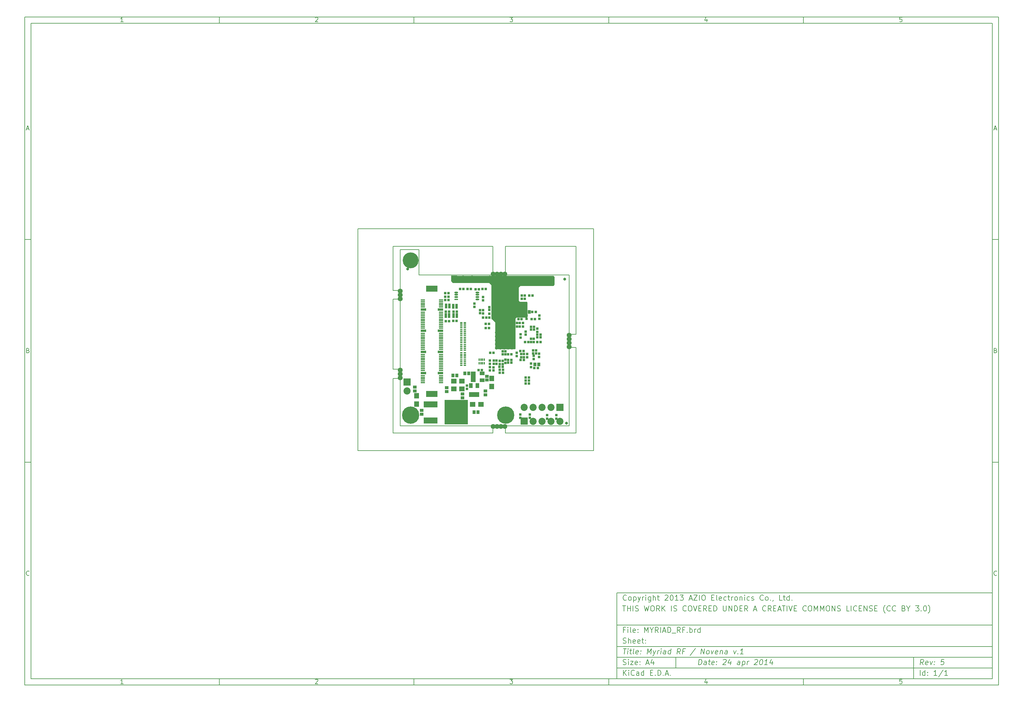
<source format=gbs>
G04 (created by PCBNEW (2013-05-31 BZR 4019)-stable) date 24/04/2014 12:04:12*
%MOIN*%
G04 Gerber Fmt 3.4, Leading zero omitted, Abs format*
%FSLAX34Y34*%
G01*
G70*
G90*
G04 APERTURE LIST*
%ADD10C,0.00590551*%
%ADD11C,0.0077*%
%ADD12C,0.0314961*%
%ADD13C,0.0554*%
%ADD14C,0.0357*%
%ADD15R,0.0588X0.055*%
%ADD16R,0.055X0.0588*%
%ADD17R,0.0253X0.0273*%
%ADD18R,0.0273X0.0253*%
%ADD19R,0.0353X0.0392*%
%ADD20R,0.0392X0.0353*%
%ADD21R,0.0273X0.0273*%
%ADD22C,0.193228*%
%ADD23R,0.1571X0.0704*%
%ADD24R,0.2594X0.2752*%
%ADD25R,0.0543X0.0425*%
%ADD26R,0.0425X0.0543*%
%ADD27O,0.0273X0.0155*%
%ADD28R,0.0273X0.0155*%
%ADD29O,0.0155X0.0273*%
%ADD30R,0.0155X0.0273*%
%ADD31R,0.0797X0.0797*%
%ADD32C,0.0797*%
%ADD33C,0.17748*%
%ADD34C,0.0672441*%
%ADD35C,0.0550441*%
%ADD36R,0.0672441X0.0672441*%
%ADD37R,0.047137X0.015637*%
%ADD38R,0.062837X0.031437*%
%ADD39R,0.1298X0.0707*%
%ADD40R,0.047237X0.015737*%
%ADD41R,0.043337X0.017737*%
%ADD42O,0.043337X0.017737*%
%ADD43O,0.043337X0.017637*%
%ADD44C,0.01*%
G04 APERTURE END LIST*
G54D10*
X4000Y-4000D02*
X112930Y-4000D01*
X112930Y-78680D01*
X4000Y-78680D01*
X4000Y-4000D01*
X4700Y-4700D02*
X112230Y-4700D01*
X112230Y-77980D01*
X4700Y-77980D01*
X4700Y-4700D01*
X25780Y-4000D02*
X25780Y-4700D01*
X15032Y-4552D02*
X14747Y-4552D01*
X14890Y-4552D02*
X14890Y-4052D01*
X14842Y-4123D01*
X14794Y-4171D01*
X14747Y-4195D01*
X25780Y-78680D02*
X25780Y-77980D01*
X15032Y-78532D02*
X14747Y-78532D01*
X14890Y-78532D02*
X14890Y-78032D01*
X14842Y-78103D01*
X14794Y-78151D01*
X14747Y-78175D01*
X47560Y-4000D02*
X47560Y-4700D01*
X36527Y-4100D02*
X36550Y-4076D01*
X36598Y-4052D01*
X36717Y-4052D01*
X36765Y-4076D01*
X36789Y-4100D01*
X36812Y-4147D01*
X36812Y-4195D01*
X36789Y-4266D01*
X36503Y-4552D01*
X36812Y-4552D01*
X47560Y-78680D02*
X47560Y-77980D01*
X36527Y-78080D02*
X36550Y-78056D01*
X36598Y-78032D01*
X36717Y-78032D01*
X36765Y-78056D01*
X36789Y-78080D01*
X36812Y-78127D01*
X36812Y-78175D01*
X36789Y-78246D01*
X36503Y-78532D01*
X36812Y-78532D01*
X69340Y-4000D02*
X69340Y-4700D01*
X58283Y-4052D02*
X58592Y-4052D01*
X58426Y-4242D01*
X58497Y-4242D01*
X58545Y-4266D01*
X58569Y-4290D01*
X58592Y-4338D01*
X58592Y-4457D01*
X58569Y-4504D01*
X58545Y-4528D01*
X58497Y-4552D01*
X58354Y-4552D01*
X58307Y-4528D01*
X58283Y-4504D01*
X69340Y-78680D02*
X69340Y-77980D01*
X58283Y-78032D02*
X58592Y-78032D01*
X58426Y-78222D01*
X58497Y-78222D01*
X58545Y-78246D01*
X58569Y-78270D01*
X58592Y-78318D01*
X58592Y-78437D01*
X58569Y-78484D01*
X58545Y-78508D01*
X58497Y-78532D01*
X58354Y-78532D01*
X58307Y-78508D01*
X58283Y-78484D01*
X91120Y-4000D02*
X91120Y-4700D01*
X80325Y-4219D02*
X80325Y-4552D01*
X80206Y-4028D02*
X80087Y-4385D01*
X80396Y-4385D01*
X91120Y-78680D02*
X91120Y-77980D01*
X80325Y-78199D02*
X80325Y-78532D01*
X80206Y-78008D02*
X80087Y-78365D01*
X80396Y-78365D01*
X102129Y-4052D02*
X101890Y-4052D01*
X101867Y-4290D01*
X101890Y-4266D01*
X101938Y-4242D01*
X102057Y-4242D01*
X102105Y-4266D01*
X102129Y-4290D01*
X102152Y-4338D01*
X102152Y-4457D01*
X102129Y-4504D01*
X102105Y-4528D01*
X102057Y-4552D01*
X101938Y-4552D01*
X101890Y-4528D01*
X101867Y-4504D01*
X102129Y-78032D02*
X101890Y-78032D01*
X101867Y-78270D01*
X101890Y-78246D01*
X101938Y-78222D01*
X102057Y-78222D01*
X102105Y-78246D01*
X102129Y-78270D01*
X102152Y-78318D01*
X102152Y-78437D01*
X102129Y-78484D01*
X102105Y-78508D01*
X102057Y-78532D01*
X101938Y-78532D01*
X101890Y-78508D01*
X101867Y-78484D01*
X4000Y-28890D02*
X4700Y-28890D01*
X4230Y-16509D02*
X4469Y-16509D01*
X4183Y-16652D02*
X4350Y-16152D01*
X4516Y-16652D01*
X112930Y-28890D02*
X112230Y-28890D01*
X112460Y-16509D02*
X112699Y-16509D01*
X112413Y-16652D02*
X112580Y-16152D01*
X112746Y-16652D01*
X4000Y-53780D02*
X4700Y-53780D01*
X4385Y-41280D02*
X4457Y-41304D01*
X4480Y-41328D01*
X4504Y-41375D01*
X4504Y-41447D01*
X4480Y-41494D01*
X4457Y-41518D01*
X4409Y-41542D01*
X4219Y-41542D01*
X4219Y-41042D01*
X4385Y-41042D01*
X4433Y-41066D01*
X4457Y-41090D01*
X4480Y-41137D01*
X4480Y-41185D01*
X4457Y-41232D01*
X4433Y-41256D01*
X4385Y-41280D01*
X4219Y-41280D01*
X112930Y-53780D02*
X112230Y-53780D01*
X112615Y-41280D02*
X112687Y-41304D01*
X112710Y-41328D01*
X112734Y-41375D01*
X112734Y-41447D01*
X112710Y-41494D01*
X112687Y-41518D01*
X112639Y-41542D01*
X112449Y-41542D01*
X112449Y-41042D01*
X112615Y-41042D01*
X112663Y-41066D01*
X112687Y-41090D01*
X112710Y-41137D01*
X112710Y-41185D01*
X112687Y-41232D01*
X112663Y-41256D01*
X112615Y-41280D01*
X112449Y-41280D01*
X4504Y-66384D02*
X4480Y-66408D01*
X4409Y-66432D01*
X4361Y-66432D01*
X4290Y-66408D01*
X4242Y-66360D01*
X4219Y-66313D01*
X4195Y-66218D01*
X4195Y-66146D01*
X4219Y-66051D01*
X4242Y-66003D01*
X4290Y-65956D01*
X4361Y-65932D01*
X4409Y-65932D01*
X4480Y-65956D01*
X4504Y-65980D01*
X112734Y-66384D02*
X112710Y-66408D01*
X112639Y-66432D01*
X112591Y-66432D01*
X112520Y-66408D01*
X112472Y-66360D01*
X112449Y-66313D01*
X112425Y-66218D01*
X112425Y-66146D01*
X112449Y-66051D01*
X112472Y-66003D01*
X112520Y-65956D01*
X112591Y-65932D01*
X112639Y-65932D01*
X112710Y-65956D01*
X112734Y-65980D01*
X79380Y-76422D02*
X79455Y-75822D01*
X79597Y-75822D01*
X79680Y-75851D01*
X79730Y-75908D01*
X79751Y-75965D01*
X79765Y-76080D01*
X79755Y-76165D01*
X79712Y-76280D01*
X79676Y-76337D01*
X79612Y-76394D01*
X79522Y-76422D01*
X79380Y-76422D01*
X80237Y-76422D02*
X80276Y-76108D01*
X80255Y-76051D01*
X80201Y-76022D01*
X80087Y-76022D01*
X80026Y-76051D01*
X80240Y-76394D02*
X80180Y-76422D01*
X80037Y-76422D01*
X79983Y-76394D01*
X79962Y-76337D01*
X79969Y-76280D01*
X80005Y-76222D01*
X80065Y-76194D01*
X80208Y-76194D01*
X80269Y-76165D01*
X80487Y-76022D02*
X80715Y-76022D01*
X80597Y-75822D02*
X80533Y-76337D01*
X80555Y-76394D01*
X80608Y-76422D01*
X80665Y-76422D01*
X81097Y-76394D02*
X81037Y-76422D01*
X80922Y-76422D01*
X80869Y-76394D01*
X80847Y-76337D01*
X80876Y-76108D01*
X80912Y-76051D01*
X80972Y-76022D01*
X81087Y-76022D01*
X81140Y-76051D01*
X81162Y-76108D01*
X81155Y-76165D01*
X80862Y-76222D01*
X81387Y-76365D02*
X81412Y-76394D01*
X81380Y-76422D01*
X81355Y-76394D01*
X81387Y-76365D01*
X81380Y-76422D01*
X81426Y-76051D02*
X81451Y-76080D01*
X81419Y-76108D01*
X81394Y-76080D01*
X81426Y-76051D01*
X81419Y-76108D01*
X82162Y-75880D02*
X82194Y-75851D01*
X82255Y-75822D01*
X82397Y-75822D01*
X82451Y-75851D01*
X82476Y-75880D01*
X82497Y-75937D01*
X82490Y-75994D01*
X82451Y-76080D01*
X82065Y-76422D01*
X82437Y-76422D01*
X83001Y-76022D02*
X82951Y-76422D01*
X82887Y-75794D02*
X82690Y-76222D01*
X83062Y-76222D01*
X83980Y-76422D02*
X84019Y-76108D01*
X83997Y-76051D01*
X83944Y-76022D01*
X83830Y-76022D01*
X83769Y-76051D01*
X83983Y-76394D02*
X83922Y-76422D01*
X83780Y-76422D01*
X83726Y-76394D01*
X83705Y-76337D01*
X83712Y-76280D01*
X83747Y-76222D01*
X83808Y-76194D01*
X83951Y-76194D01*
X84012Y-76165D01*
X84315Y-76022D02*
X84240Y-76622D01*
X84312Y-76051D02*
X84372Y-76022D01*
X84487Y-76022D01*
X84540Y-76051D01*
X84565Y-76080D01*
X84587Y-76137D01*
X84565Y-76308D01*
X84530Y-76365D01*
X84497Y-76394D01*
X84437Y-76422D01*
X84322Y-76422D01*
X84269Y-76394D01*
X84808Y-76422D02*
X84858Y-76022D01*
X84844Y-76137D02*
X84880Y-76080D01*
X84912Y-76051D01*
X84972Y-76022D01*
X85030Y-76022D01*
X85676Y-75880D02*
X85708Y-75851D01*
X85769Y-75822D01*
X85912Y-75822D01*
X85965Y-75851D01*
X85990Y-75880D01*
X86012Y-75937D01*
X86005Y-75994D01*
X85965Y-76080D01*
X85580Y-76422D01*
X85951Y-76422D01*
X86397Y-75822D02*
X86455Y-75822D01*
X86508Y-75851D01*
X86533Y-75880D01*
X86555Y-75937D01*
X86569Y-76051D01*
X86551Y-76194D01*
X86508Y-76308D01*
X86472Y-76365D01*
X86440Y-76394D01*
X86380Y-76422D01*
X86322Y-76422D01*
X86269Y-76394D01*
X86244Y-76365D01*
X86222Y-76308D01*
X86208Y-76194D01*
X86226Y-76051D01*
X86269Y-75937D01*
X86305Y-75880D01*
X86337Y-75851D01*
X86397Y-75822D01*
X87094Y-76422D02*
X86751Y-76422D01*
X86922Y-76422D02*
X86997Y-75822D01*
X86930Y-75908D01*
X86865Y-75965D01*
X86805Y-75994D01*
X87658Y-76022D02*
X87608Y-76422D01*
X87544Y-75794D02*
X87347Y-76222D01*
X87719Y-76222D01*
X70972Y-77622D02*
X70972Y-77022D01*
X71315Y-77622D02*
X71058Y-77280D01*
X71315Y-77022D02*
X70972Y-77365D01*
X71572Y-77622D02*
X71572Y-77222D01*
X71572Y-77022D02*
X71544Y-77051D01*
X71572Y-77080D01*
X71601Y-77051D01*
X71572Y-77022D01*
X71572Y-77080D01*
X72201Y-77565D02*
X72172Y-77594D01*
X72087Y-77622D01*
X72030Y-77622D01*
X71944Y-77594D01*
X71887Y-77537D01*
X71858Y-77480D01*
X71830Y-77365D01*
X71830Y-77280D01*
X71858Y-77165D01*
X71887Y-77108D01*
X71944Y-77051D01*
X72030Y-77022D01*
X72087Y-77022D01*
X72172Y-77051D01*
X72201Y-77080D01*
X72715Y-77622D02*
X72715Y-77308D01*
X72687Y-77251D01*
X72630Y-77222D01*
X72515Y-77222D01*
X72458Y-77251D01*
X72715Y-77594D02*
X72658Y-77622D01*
X72515Y-77622D01*
X72458Y-77594D01*
X72430Y-77537D01*
X72430Y-77480D01*
X72458Y-77422D01*
X72515Y-77394D01*
X72658Y-77394D01*
X72715Y-77365D01*
X73258Y-77622D02*
X73258Y-77022D01*
X73258Y-77594D02*
X73201Y-77622D01*
X73087Y-77622D01*
X73030Y-77594D01*
X73001Y-77565D01*
X72972Y-77508D01*
X72972Y-77337D01*
X73001Y-77280D01*
X73030Y-77251D01*
X73087Y-77222D01*
X73201Y-77222D01*
X73258Y-77251D01*
X74001Y-77308D02*
X74201Y-77308D01*
X74287Y-77622D02*
X74001Y-77622D01*
X74001Y-77022D01*
X74287Y-77022D01*
X74544Y-77565D02*
X74572Y-77594D01*
X74544Y-77622D01*
X74515Y-77594D01*
X74544Y-77565D01*
X74544Y-77622D01*
X74829Y-77622D02*
X74829Y-77022D01*
X74972Y-77022D01*
X75058Y-77051D01*
X75115Y-77108D01*
X75144Y-77165D01*
X75172Y-77280D01*
X75172Y-77365D01*
X75144Y-77480D01*
X75115Y-77537D01*
X75058Y-77594D01*
X74972Y-77622D01*
X74829Y-77622D01*
X75429Y-77565D02*
X75458Y-77594D01*
X75429Y-77622D01*
X75401Y-77594D01*
X75429Y-77565D01*
X75429Y-77622D01*
X75687Y-77451D02*
X75972Y-77451D01*
X75629Y-77622D02*
X75829Y-77022D01*
X76029Y-77622D01*
X76229Y-77565D02*
X76258Y-77594D01*
X76229Y-77622D01*
X76201Y-77594D01*
X76229Y-77565D01*
X76229Y-77622D01*
X104522Y-76422D02*
X104358Y-76137D01*
X104180Y-76422D02*
X104255Y-75822D01*
X104483Y-75822D01*
X104537Y-75851D01*
X104562Y-75880D01*
X104583Y-75937D01*
X104572Y-76022D01*
X104537Y-76080D01*
X104505Y-76108D01*
X104444Y-76137D01*
X104215Y-76137D01*
X105012Y-76394D02*
X104951Y-76422D01*
X104837Y-76422D01*
X104783Y-76394D01*
X104762Y-76337D01*
X104790Y-76108D01*
X104826Y-76051D01*
X104887Y-76022D01*
X105001Y-76022D01*
X105055Y-76051D01*
X105076Y-76108D01*
X105069Y-76165D01*
X104776Y-76222D01*
X105287Y-76022D02*
X105380Y-76422D01*
X105572Y-76022D01*
X105758Y-76365D02*
X105783Y-76394D01*
X105751Y-76422D01*
X105726Y-76394D01*
X105758Y-76365D01*
X105751Y-76422D01*
X105797Y-76051D02*
X105822Y-76080D01*
X105790Y-76108D01*
X105765Y-76080D01*
X105797Y-76051D01*
X105790Y-76108D01*
X106855Y-75822D02*
X106569Y-75822D01*
X106505Y-76108D01*
X106537Y-76080D01*
X106597Y-76051D01*
X106740Y-76051D01*
X106794Y-76080D01*
X106819Y-76108D01*
X106840Y-76165D01*
X106822Y-76308D01*
X106787Y-76365D01*
X106755Y-76394D01*
X106694Y-76422D01*
X106551Y-76422D01*
X106497Y-76394D01*
X106472Y-76365D01*
X70944Y-76394D02*
X71030Y-76422D01*
X71172Y-76422D01*
X71230Y-76394D01*
X71258Y-76365D01*
X71287Y-76308D01*
X71287Y-76251D01*
X71258Y-76194D01*
X71230Y-76165D01*
X71172Y-76137D01*
X71058Y-76108D01*
X71001Y-76080D01*
X70972Y-76051D01*
X70944Y-75994D01*
X70944Y-75937D01*
X70972Y-75880D01*
X71001Y-75851D01*
X71058Y-75822D01*
X71201Y-75822D01*
X71287Y-75851D01*
X71544Y-76422D02*
X71544Y-76022D01*
X71544Y-75822D02*
X71515Y-75851D01*
X71544Y-75880D01*
X71572Y-75851D01*
X71544Y-75822D01*
X71544Y-75880D01*
X71772Y-76022D02*
X72087Y-76022D01*
X71772Y-76422D01*
X72087Y-76422D01*
X72544Y-76394D02*
X72487Y-76422D01*
X72372Y-76422D01*
X72315Y-76394D01*
X72287Y-76337D01*
X72287Y-76108D01*
X72315Y-76051D01*
X72372Y-76022D01*
X72487Y-76022D01*
X72544Y-76051D01*
X72572Y-76108D01*
X72572Y-76165D01*
X72287Y-76222D01*
X72830Y-76365D02*
X72858Y-76394D01*
X72830Y-76422D01*
X72801Y-76394D01*
X72830Y-76365D01*
X72830Y-76422D01*
X72830Y-76051D02*
X72858Y-76080D01*
X72830Y-76108D01*
X72801Y-76080D01*
X72830Y-76051D01*
X72830Y-76108D01*
X73544Y-76251D02*
X73830Y-76251D01*
X73487Y-76422D02*
X73687Y-75822D01*
X73887Y-76422D01*
X74344Y-76022D02*
X74344Y-76422D01*
X74201Y-75794D02*
X74058Y-76222D01*
X74430Y-76222D01*
X104172Y-77622D02*
X104172Y-77022D01*
X104715Y-77622D02*
X104715Y-77022D01*
X104715Y-77594D02*
X104658Y-77622D01*
X104544Y-77622D01*
X104487Y-77594D01*
X104458Y-77565D01*
X104430Y-77508D01*
X104430Y-77337D01*
X104458Y-77280D01*
X104487Y-77251D01*
X104544Y-77222D01*
X104658Y-77222D01*
X104715Y-77251D01*
X105001Y-77565D02*
X105030Y-77594D01*
X105001Y-77622D01*
X104972Y-77594D01*
X105001Y-77565D01*
X105001Y-77622D01*
X105001Y-77251D02*
X105030Y-77280D01*
X105001Y-77308D01*
X104972Y-77280D01*
X105001Y-77251D01*
X105001Y-77308D01*
X106058Y-77622D02*
X105715Y-77622D01*
X105887Y-77622D02*
X105887Y-77022D01*
X105829Y-77108D01*
X105772Y-77165D01*
X105715Y-77194D01*
X106744Y-76994D02*
X106230Y-77765D01*
X107258Y-77622D02*
X106915Y-77622D01*
X107087Y-77622D02*
X107087Y-77022D01*
X107029Y-77108D01*
X106972Y-77165D01*
X106915Y-77194D01*
X70969Y-74622D02*
X71312Y-74622D01*
X71065Y-75222D02*
X71140Y-74622D01*
X71437Y-75222D02*
X71487Y-74822D01*
X71512Y-74622D02*
X71480Y-74651D01*
X71505Y-74680D01*
X71537Y-74651D01*
X71512Y-74622D01*
X71505Y-74680D01*
X71687Y-74822D02*
X71915Y-74822D01*
X71797Y-74622D02*
X71733Y-75137D01*
X71755Y-75194D01*
X71808Y-75222D01*
X71865Y-75222D01*
X72151Y-75222D02*
X72097Y-75194D01*
X72076Y-75137D01*
X72140Y-74622D01*
X72612Y-75194D02*
X72551Y-75222D01*
X72437Y-75222D01*
X72383Y-75194D01*
X72362Y-75137D01*
X72390Y-74908D01*
X72426Y-74851D01*
X72487Y-74822D01*
X72601Y-74822D01*
X72655Y-74851D01*
X72676Y-74908D01*
X72669Y-74965D01*
X72376Y-75022D01*
X72901Y-75165D02*
X72926Y-75194D01*
X72894Y-75222D01*
X72869Y-75194D01*
X72901Y-75165D01*
X72894Y-75222D01*
X72940Y-74851D02*
X72965Y-74880D01*
X72933Y-74908D01*
X72908Y-74880D01*
X72940Y-74851D01*
X72933Y-74908D01*
X73637Y-75222D02*
X73712Y-74622D01*
X73858Y-75051D01*
X74112Y-74622D01*
X74037Y-75222D01*
X74315Y-74822D02*
X74408Y-75222D01*
X74601Y-74822D02*
X74408Y-75222D01*
X74333Y-75365D01*
X74301Y-75394D01*
X74240Y-75422D01*
X74780Y-75222D02*
X74830Y-74822D01*
X74815Y-74937D02*
X74851Y-74880D01*
X74883Y-74851D01*
X74944Y-74822D01*
X75001Y-74822D01*
X75151Y-75222D02*
X75201Y-74822D01*
X75226Y-74622D02*
X75194Y-74651D01*
X75219Y-74680D01*
X75251Y-74651D01*
X75226Y-74622D01*
X75219Y-74680D01*
X75694Y-75222D02*
X75733Y-74908D01*
X75712Y-74851D01*
X75658Y-74822D01*
X75544Y-74822D01*
X75483Y-74851D01*
X75697Y-75194D02*
X75637Y-75222D01*
X75494Y-75222D01*
X75440Y-75194D01*
X75419Y-75137D01*
X75426Y-75080D01*
X75462Y-75022D01*
X75522Y-74994D01*
X75665Y-74994D01*
X75726Y-74965D01*
X76237Y-75222D02*
X76312Y-74622D01*
X76240Y-75194D02*
X76180Y-75222D01*
X76065Y-75222D01*
X76012Y-75194D01*
X75987Y-75165D01*
X75965Y-75108D01*
X75987Y-74937D01*
X76022Y-74880D01*
X76055Y-74851D01*
X76115Y-74822D01*
X76230Y-74822D01*
X76283Y-74851D01*
X77322Y-75222D02*
X77158Y-74937D01*
X76980Y-75222D02*
X77055Y-74622D01*
X77283Y-74622D01*
X77337Y-74651D01*
X77362Y-74680D01*
X77383Y-74737D01*
X77372Y-74822D01*
X77337Y-74880D01*
X77305Y-74908D01*
X77244Y-74937D01*
X77015Y-74937D01*
X77819Y-74908D02*
X77619Y-74908D01*
X77580Y-75222D02*
X77655Y-74622D01*
X77940Y-74622D01*
X79058Y-74594D02*
X78447Y-75365D01*
X79637Y-75222D02*
X79712Y-74622D01*
X79980Y-75222D01*
X80055Y-74622D01*
X80351Y-75222D02*
X80297Y-75194D01*
X80272Y-75165D01*
X80251Y-75108D01*
X80272Y-74937D01*
X80308Y-74880D01*
X80340Y-74851D01*
X80401Y-74822D01*
X80487Y-74822D01*
X80540Y-74851D01*
X80565Y-74880D01*
X80587Y-74937D01*
X80565Y-75108D01*
X80530Y-75165D01*
X80497Y-75194D01*
X80437Y-75222D01*
X80351Y-75222D01*
X80801Y-74822D02*
X80894Y-75222D01*
X81087Y-74822D01*
X81497Y-75194D02*
X81437Y-75222D01*
X81322Y-75222D01*
X81269Y-75194D01*
X81247Y-75137D01*
X81276Y-74908D01*
X81312Y-74851D01*
X81372Y-74822D01*
X81487Y-74822D01*
X81540Y-74851D01*
X81562Y-74908D01*
X81555Y-74965D01*
X81262Y-75022D01*
X81830Y-74822D02*
X81780Y-75222D01*
X81822Y-74880D02*
X81855Y-74851D01*
X81915Y-74822D01*
X82001Y-74822D01*
X82055Y-74851D01*
X82076Y-74908D01*
X82037Y-75222D01*
X82580Y-75222D02*
X82619Y-74908D01*
X82597Y-74851D01*
X82544Y-74822D01*
X82430Y-74822D01*
X82369Y-74851D01*
X82583Y-75194D02*
X82522Y-75222D01*
X82380Y-75222D01*
X82326Y-75194D01*
X82305Y-75137D01*
X82312Y-75080D01*
X82347Y-75022D01*
X82408Y-74994D01*
X82551Y-74994D01*
X82612Y-74965D01*
X83315Y-74822D02*
X83408Y-75222D01*
X83601Y-74822D01*
X83787Y-75165D02*
X83812Y-75194D01*
X83780Y-75222D01*
X83755Y-75194D01*
X83787Y-75165D01*
X83780Y-75222D01*
X84380Y-75222D02*
X84037Y-75222D01*
X84208Y-75222D02*
X84283Y-74622D01*
X84215Y-74708D01*
X84151Y-74765D01*
X84090Y-74794D01*
X71172Y-72508D02*
X70972Y-72508D01*
X70972Y-72822D02*
X70972Y-72222D01*
X71258Y-72222D01*
X71487Y-72822D02*
X71487Y-72422D01*
X71487Y-72222D02*
X71458Y-72251D01*
X71487Y-72280D01*
X71515Y-72251D01*
X71487Y-72222D01*
X71487Y-72280D01*
X71858Y-72822D02*
X71801Y-72794D01*
X71772Y-72737D01*
X71772Y-72222D01*
X72315Y-72794D02*
X72258Y-72822D01*
X72144Y-72822D01*
X72087Y-72794D01*
X72058Y-72737D01*
X72058Y-72508D01*
X72087Y-72451D01*
X72144Y-72422D01*
X72258Y-72422D01*
X72315Y-72451D01*
X72344Y-72508D01*
X72344Y-72565D01*
X72058Y-72622D01*
X72601Y-72765D02*
X72630Y-72794D01*
X72601Y-72822D01*
X72572Y-72794D01*
X72601Y-72765D01*
X72601Y-72822D01*
X72601Y-72451D02*
X72630Y-72480D01*
X72601Y-72508D01*
X72572Y-72480D01*
X72601Y-72451D01*
X72601Y-72508D01*
X73344Y-72822D02*
X73344Y-72222D01*
X73544Y-72651D01*
X73744Y-72222D01*
X73744Y-72822D01*
X74144Y-72537D02*
X74144Y-72822D01*
X73944Y-72222D02*
X74144Y-72537D01*
X74344Y-72222D01*
X74887Y-72822D02*
X74687Y-72537D01*
X74544Y-72822D02*
X74544Y-72222D01*
X74772Y-72222D01*
X74830Y-72251D01*
X74858Y-72280D01*
X74887Y-72337D01*
X74887Y-72422D01*
X74858Y-72480D01*
X74830Y-72508D01*
X74772Y-72537D01*
X74544Y-72537D01*
X75144Y-72822D02*
X75144Y-72222D01*
X75401Y-72651D02*
X75687Y-72651D01*
X75344Y-72822D02*
X75544Y-72222D01*
X75744Y-72822D01*
X75944Y-72822D02*
X75944Y-72222D01*
X76087Y-72222D01*
X76172Y-72251D01*
X76230Y-72308D01*
X76258Y-72365D01*
X76287Y-72480D01*
X76287Y-72565D01*
X76258Y-72680D01*
X76230Y-72737D01*
X76172Y-72794D01*
X76087Y-72822D01*
X75944Y-72822D01*
X76401Y-72880D02*
X76858Y-72880D01*
X77344Y-72822D02*
X77144Y-72537D01*
X77001Y-72822D02*
X77001Y-72222D01*
X77230Y-72222D01*
X77287Y-72251D01*
X77315Y-72280D01*
X77344Y-72337D01*
X77344Y-72422D01*
X77315Y-72480D01*
X77287Y-72508D01*
X77230Y-72537D01*
X77001Y-72537D01*
X77801Y-72508D02*
X77601Y-72508D01*
X77601Y-72822D02*
X77601Y-72222D01*
X77887Y-72222D01*
X78115Y-72765D02*
X78144Y-72794D01*
X78115Y-72822D01*
X78087Y-72794D01*
X78115Y-72765D01*
X78115Y-72822D01*
X78401Y-72822D02*
X78401Y-72222D01*
X78401Y-72451D02*
X78458Y-72422D01*
X78572Y-72422D01*
X78630Y-72451D01*
X78658Y-72480D01*
X78687Y-72537D01*
X78687Y-72708D01*
X78658Y-72765D01*
X78630Y-72794D01*
X78572Y-72822D01*
X78458Y-72822D01*
X78401Y-72794D01*
X78944Y-72822D02*
X78944Y-72422D01*
X78944Y-72537D02*
X78972Y-72480D01*
X79001Y-72451D01*
X79058Y-72422D01*
X79115Y-72422D01*
X79572Y-72822D02*
X79572Y-72222D01*
X79572Y-72794D02*
X79515Y-72822D01*
X79401Y-72822D01*
X79344Y-72794D01*
X79315Y-72765D01*
X79287Y-72708D01*
X79287Y-72537D01*
X79315Y-72480D01*
X79344Y-72451D01*
X79401Y-72422D01*
X79515Y-72422D01*
X79572Y-72451D01*
X70944Y-73994D02*
X71030Y-74022D01*
X71172Y-74022D01*
X71230Y-73994D01*
X71258Y-73965D01*
X71287Y-73908D01*
X71287Y-73851D01*
X71258Y-73794D01*
X71230Y-73765D01*
X71172Y-73737D01*
X71058Y-73708D01*
X71001Y-73680D01*
X70972Y-73651D01*
X70944Y-73594D01*
X70944Y-73537D01*
X70972Y-73480D01*
X71001Y-73451D01*
X71058Y-73422D01*
X71201Y-73422D01*
X71287Y-73451D01*
X71544Y-74022D02*
X71544Y-73422D01*
X71801Y-74022D02*
X71801Y-73708D01*
X71772Y-73651D01*
X71715Y-73622D01*
X71630Y-73622D01*
X71572Y-73651D01*
X71544Y-73680D01*
X72315Y-73994D02*
X72258Y-74022D01*
X72144Y-74022D01*
X72087Y-73994D01*
X72058Y-73937D01*
X72058Y-73708D01*
X72087Y-73651D01*
X72144Y-73622D01*
X72258Y-73622D01*
X72315Y-73651D01*
X72344Y-73708D01*
X72344Y-73765D01*
X72058Y-73822D01*
X72830Y-73994D02*
X72772Y-74022D01*
X72658Y-74022D01*
X72601Y-73994D01*
X72572Y-73937D01*
X72572Y-73708D01*
X72601Y-73651D01*
X72658Y-73622D01*
X72772Y-73622D01*
X72830Y-73651D01*
X72858Y-73708D01*
X72858Y-73765D01*
X72572Y-73822D01*
X73030Y-73622D02*
X73258Y-73622D01*
X73115Y-73422D02*
X73115Y-73937D01*
X73144Y-73994D01*
X73201Y-74022D01*
X73258Y-74022D01*
X73458Y-73965D02*
X73487Y-73994D01*
X73458Y-74022D01*
X73430Y-73994D01*
X73458Y-73965D01*
X73458Y-74022D01*
X73458Y-73651D02*
X73487Y-73680D01*
X73458Y-73708D01*
X73430Y-73680D01*
X73458Y-73651D01*
X73458Y-73708D01*
X70887Y-69822D02*
X71230Y-69822D01*
X71058Y-70422D02*
X71058Y-69822D01*
X71430Y-70422D02*
X71430Y-69822D01*
X71430Y-70108D02*
X71772Y-70108D01*
X71772Y-70422D02*
X71772Y-69822D01*
X72058Y-70422D02*
X72058Y-69822D01*
X72315Y-70394D02*
X72401Y-70422D01*
X72544Y-70422D01*
X72601Y-70394D01*
X72629Y-70365D01*
X72658Y-70308D01*
X72658Y-70251D01*
X72629Y-70194D01*
X72601Y-70165D01*
X72544Y-70137D01*
X72429Y-70108D01*
X72372Y-70080D01*
X72344Y-70051D01*
X72315Y-69994D01*
X72315Y-69937D01*
X72344Y-69880D01*
X72372Y-69851D01*
X72429Y-69822D01*
X72572Y-69822D01*
X72658Y-69851D01*
X73315Y-69822D02*
X73458Y-70422D01*
X73572Y-69994D01*
X73687Y-70422D01*
X73830Y-69822D01*
X74172Y-69822D02*
X74287Y-69822D01*
X74344Y-69851D01*
X74401Y-69908D01*
X74430Y-70022D01*
X74430Y-70222D01*
X74401Y-70337D01*
X74344Y-70394D01*
X74287Y-70422D01*
X74172Y-70422D01*
X74115Y-70394D01*
X74058Y-70337D01*
X74030Y-70222D01*
X74030Y-70022D01*
X74058Y-69908D01*
X74115Y-69851D01*
X74172Y-69822D01*
X75029Y-70422D02*
X74829Y-70137D01*
X74687Y-70422D02*
X74687Y-69822D01*
X74915Y-69822D01*
X74972Y-69851D01*
X75001Y-69880D01*
X75029Y-69937D01*
X75029Y-70022D01*
X75001Y-70080D01*
X74972Y-70108D01*
X74915Y-70137D01*
X74687Y-70137D01*
X75287Y-70422D02*
X75287Y-69822D01*
X75629Y-70422D02*
X75372Y-70080D01*
X75629Y-69822D02*
X75287Y-70165D01*
X76344Y-70422D02*
X76344Y-69822D01*
X76601Y-70394D02*
X76687Y-70422D01*
X76829Y-70422D01*
X76887Y-70394D01*
X76915Y-70365D01*
X76944Y-70308D01*
X76944Y-70251D01*
X76915Y-70194D01*
X76887Y-70165D01*
X76829Y-70137D01*
X76715Y-70108D01*
X76658Y-70080D01*
X76629Y-70051D01*
X76601Y-69994D01*
X76601Y-69937D01*
X76629Y-69880D01*
X76658Y-69851D01*
X76715Y-69822D01*
X76858Y-69822D01*
X76944Y-69851D01*
X78001Y-70365D02*
X77972Y-70394D01*
X77887Y-70422D01*
X77830Y-70422D01*
X77744Y-70394D01*
X77687Y-70337D01*
X77658Y-70280D01*
X77630Y-70165D01*
X77630Y-70080D01*
X77658Y-69965D01*
X77687Y-69908D01*
X77744Y-69851D01*
X77830Y-69822D01*
X77887Y-69822D01*
X77972Y-69851D01*
X78001Y-69880D01*
X78372Y-69822D02*
X78487Y-69822D01*
X78544Y-69851D01*
X78601Y-69908D01*
X78630Y-70022D01*
X78630Y-70222D01*
X78601Y-70337D01*
X78544Y-70394D01*
X78487Y-70422D01*
X78372Y-70422D01*
X78315Y-70394D01*
X78258Y-70337D01*
X78230Y-70222D01*
X78230Y-70022D01*
X78258Y-69908D01*
X78315Y-69851D01*
X78372Y-69822D01*
X78801Y-69822D02*
X79001Y-70422D01*
X79201Y-69822D01*
X79401Y-70108D02*
X79601Y-70108D01*
X79687Y-70422D02*
X79401Y-70422D01*
X79401Y-69822D01*
X79687Y-69822D01*
X80287Y-70422D02*
X80087Y-70137D01*
X79944Y-70422D02*
X79944Y-69822D01*
X80172Y-69822D01*
X80229Y-69851D01*
X80258Y-69880D01*
X80287Y-69937D01*
X80287Y-70022D01*
X80258Y-70080D01*
X80229Y-70108D01*
X80172Y-70137D01*
X79944Y-70137D01*
X80544Y-70108D02*
X80744Y-70108D01*
X80829Y-70422D02*
X80544Y-70422D01*
X80544Y-69822D01*
X80829Y-69822D01*
X81087Y-70422D02*
X81087Y-69822D01*
X81229Y-69822D01*
X81315Y-69851D01*
X81372Y-69908D01*
X81401Y-69965D01*
X81429Y-70080D01*
X81429Y-70165D01*
X81401Y-70280D01*
X81372Y-70337D01*
X81315Y-70394D01*
X81229Y-70422D01*
X81087Y-70422D01*
X82144Y-69822D02*
X82144Y-70308D01*
X82172Y-70365D01*
X82201Y-70394D01*
X82258Y-70422D01*
X82372Y-70422D01*
X82429Y-70394D01*
X82458Y-70365D01*
X82487Y-70308D01*
X82487Y-69822D01*
X82772Y-70422D02*
X82772Y-69822D01*
X83115Y-70422D01*
X83115Y-69822D01*
X83401Y-70422D02*
X83401Y-69822D01*
X83544Y-69822D01*
X83629Y-69851D01*
X83687Y-69908D01*
X83715Y-69965D01*
X83744Y-70080D01*
X83744Y-70165D01*
X83715Y-70280D01*
X83687Y-70337D01*
X83629Y-70394D01*
X83544Y-70422D01*
X83401Y-70422D01*
X84001Y-70108D02*
X84201Y-70108D01*
X84287Y-70422D02*
X84001Y-70422D01*
X84001Y-69822D01*
X84287Y-69822D01*
X84887Y-70422D02*
X84687Y-70137D01*
X84544Y-70422D02*
X84544Y-69822D01*
X84772Y-69822D01*
X84829Y-69851D01*
X84858Y-69880D01*
X84887Y-69937D01*
X84887Y-70022D01*
X84858Y-70080D01*
X84829Y-70108D01*
X84772Y-70137D01*
X84544Y-70137D01*
X85572Y-70251D02*
X85858Y-70251D01*
X85515Y-70422D02*
X85715Y-69822D01*
X85915Y-70422D01*
X86915Y-70365D02*
X86887Y-70394D01*
X86801Y-70422D01*
X86744Y-70422D01*
X86658Y-70394D01*
X86601Y-70337D01*
X86572Y-70280D01*
X86544Y-70165D01*
X86544Y-70080D01*
X86572Y-69965D01*
X86601Y-69908D01*
X86658Y-69851D01*
X86744Y-69822D01*
X86801Y-69822D01*
X86887Y-69851D01*
X86915Y-69880D01*
X87515Y-70422D02*
X87315Y-70137D01*
X87172Y-70422D02*
X87172Y-69822D01*
X87401Y-69822D01*
X87458Y-69851D01*
X87487Y-69880D01*
X87515Y-69937D01*
X87515Y-70022D01*
X87487Y-70080D01*
X87458Y-70108D01*
X87401Y-70137D01*
X87172Y-70137D01*
X87772Y-70108D02*
X87972Y-70108D01*
X88058Y-70422D02*
X87772Y-70422D01*
X87772Y-69822D01*
X88058Y-69822D01*
X88287Y-70251D02*
X88572Y-70251D01*
X88229Y-70422D02*
X88429Y-69822D01*
X88629Y-70422D01*
X88744Y-69822D02*
X89087Y-69822D01*
X88915Y-70422D02*
X88915Y-69822D01*
X89287Y-70422D02*
X89287Y-69822D01*
X89487Y-69822D02*
X89687Y-70422D01*
X89887Y-69822D01*
X90087Y-70108D02*
X90287Y-70108D01*
X90372Y-70422D02*
X90087Y-70422D01*
X90087Y-69822D01*
X90372Y-69822D01*
X91429Y-70365D02*
X91401Y-70394D01*
X91315Y-70422D01*
X91258Y-70422D01*
X91172Y-70394D01*
X91115Y-70337D01*
X91087Y-70280D01*
X91058Y-70165D01*
X91058Y-70080D01*
X91087Y-69965D01*
X91115Y-69908D01*
X91172Y-69851D01*
X91258Y-69822D01*
X91315Y-69822D01*
X91401Y-69851D01*
X91429Y-69880D01*
X91801Y-69822D02*
X91915Y-69822D01*
X91972Y-69851D01*
X92029Y-69908D01*
X92058Y-70022D01*
X92058Y-70222D01*
X92029Y-70337D01*
X91972Y-70394D01*
X91915Y-70422D01*
X91801Y-70422D01*
X91744Y-70394D01*
X91687Y-70337D01*
X91658Y-70222D01*
X91658Y-70022D01*
X91687Y-69908D01*
X91744Y-69851D01*
X91801Y-69822D01*
X92315Y-70422D02*
X92315Y-69822D01*
X92515Y-70251D01*
X92715Y-69822D01*
X92715Y-70422D01*
X93001Y-70422D02*
X93001Y-69822D01*
X93201Y-70251D01*
X93401Y-69822D01*
X93401Y-70422D01*
X93801Y-69822D02*
X93915Y-69822D01*
X93972Y-69851D01*
X94029Y-69908D01*
X94058Y-70022D01*
X94058Y-70222D01*
X94029Y-70337D01*
X93972Y-70394D01*
X93915Y-70422D01*
X93801Y-70422D01*
X93744Y-70394D01*
X93687Y-70337D01*
X93658Y-70222D01*
X93658Y-70022D01*
X93687Y-69908D01*
X93744Y-69851D01*
X93801Y-69822D01*
X94315Y-70422D02*
X94315Y-69822D01*
X94658Y-70422D01*
X94658Y-69822D01*
X94915Y-70394D02*
X95001Y-70422D01*
X95144Y-70422D01*
X95201Y-70394D01*
X95229Y-70365D01*
X95258Y-70308D01*
X95258Y-70251D01*
X95229Y-70194D01*
X95201Y-70165D01*
X95144Y-70137D01*
X95029Y-70108D01*
X94972Y-70080D01*
X94944Y-70051D01*
X94915Y-69994D01*
X94915Y-69937D01*
X94944Y-69880D01*
X94972Y-69851D01*
X95029Y-69822D01*
X95172Y-69822D01*
X95258Y-69851D01*
X96258Y-70422D02*
X95972Y-70422D01*
X95972Y-69822D01*
X96458Y-70422D02*
X96458Y-69822D01*
X97087Y-70365D02*
X97058Y-70394D01*
X96972Y-70422D01*
X96915Y-70422D01*
X96829Y-70394D01*
X96772Y-70337D01*
X96744Y-70280D01*
X96715Y-70165D01*
X96715Y-70080D01*
X96744Y-69965D01*
X96772Y-69908D01*
X96829Y-69851D01*
X96915Y-69822D01*
X96972Y-69822D01*
X97058Y-69851D01*
X97087Y-69880D01*
X97344Y-70108D02*
X97544Y-70108D01*
X97629Y-70422D02*
X97344Y-70422D01*
X97344Y-69822D01*
X97629Y-69822D01*
X97887Y-70422D02*
X97887Y-69822D01*
X98229Y-70422D01*
X98229Y-69822D01*
X98487Y-70394D02*
X98572Y-70422D01*
X98715Y-70422D01*
X98772Y-70394D01*
X98801Y-70365D01*
X98829Y-70308D01*
X98829Y-70251D01*
X98801Y-70194D01*
X98772Y-70165D01*
X98715Y-70137D01*
X98601Y-70108D01*
X98544Y-70080D01*
X98515Y-70051D01*
X98487Y-69994D01*
X98487Y-69937D01*
X98515Y-69880D01*
X98544Y-69851D01*
X98601Y-69822D01*
X98744Y-69822D01*
X98829Y-69851D01*
X99087Y-70108D02*
X99287Y-70108D01*
X99372Y-70422D02*
X99087Y-70422D01*
X99087Y-69822D01*
X99372Y-69822D01*
X100258Y-70651D02*
X100229Y-70622D01*
X100172Y-70537D01*
X100144Y-70480D01*
X100115Y-70394D01*
X100087Y-70251D01*
X100087Y-70137D01*
X100115Y-69994D01*
X100144Y-69908D01*
X100172Y-69851D01*
X100229Y-69765D01*
X100258Y-69737D01*
X100829Y-70365D02*
X100801Y-70394D01*
X100715Y-70422D01*
X100658Y-70422D01*
X100572Y-70394D01*
X100515Y-70337D01*
X100487Y-70280D01*
X100458Y-70165D01*
X100458Y-70080D01*
X100487Y-69965D01*
X100515Y-69908D01*
X100572Y-69851D01*
X100658Y-69822D01*
X100715Y-69822D01*
X100801Y-69851D01*
X100829Y-69880D01*
X101429Y-70365D02*
X101401Y-70394D01*
X101315Y-70422D01*
X101258Y-70422D01*
X101172Y-70394D01*
X101115Y-70337D01*
X101087Y-70280D01*
X101058Y-70165D01*
X101058Y-70080D01*
X101087Y-69965D01*
X101115Y-69908D01*
X101172Y-69851D01*
X101258Y-69822D01*
X101315Y-69822D01*
X101401Y-69851D01*
X101429Y-69880D01*
X102344Y-70108D02*
X102429Y-70137D01*
X102458Y-70165D01*
X102487Y-70222D01*
X102487Y-70308D01*
X102458Y-70365D01*
X102429Y-70394D01*
X102372Y-70422D01*
X102144Y-70422D01*
X102144Y-69822D01*
X102344Y-69822D01*
X102401Y-69851D01*
X102429Y-69880D01*
X102458Y-69937D01*
X102458Y-69994D01*
X102429Y-70051D01*
X102401Y-70080D01*
X102344Y-70108D01*
X102144Y-70108D01*
X102858Y-70137D02*
X102858Y-70422D01*
X102658Y-69822D02*
X102858Y-70137D01*
X103058Y-69822D01*
X103658Y-69822D02*
X104029Y-69822D01*
X103829Y-70051D01*
X103915Y-70051D01*
X103972Y-70080D01*
X104001Y-70108D01*
X104029Y-70165D01*
X104029Y-70308D01*
X104001Y-70365D01*
X103972Y-70394D01*
X103915Y-70422D01*
X103744Y-70422D01*
X103687Y-70394D01*
X103658Y-70365D01*
X104287Y-70365D02*
X104315Y-70394D01*
X104287Y-70422D01*
X104258Y-70394D01*
X104287Y-70365D01*
X104287Y-70422D01*
X104687Y-69822D02*
X104744Y-69822D01*
X104801Y-69851D01*
X104829Y-69880D01*
X104858Y-69937D01*
X104887Y-70051D01*
X104887Y-70194D01*
X104858Y-70308D01*
X104829Y-70365D01*
X104801Y-70394D01*
X104744Y-70422D01*
X104687Y-70422D01*
X104629Y-70394D01*
X104601Y-70365D01*
X104572Y-70308D01*
X104544Y-70194D01*
X104544Y-70051D01*
X104572Y-69937D01*
X104601Y-69880D01*
X104629Y-69851D01*
X104687Y-69822D01*
X105087Y-70651D02*
X105115Y-70622D01*
X105172Y-70537D01*
X105201Y-70480D01*
X105229Y-70394D01*
X105258Y-70251D01*
X105258Y-70137D01*
X105229Y-69994D01*
X105201Y-69908D01*
X105172Y-69851D01*
X105115Y-69765D01*
X105087Y-69737D01*
X71315Y-69165D02*
X71287Y-69194D01*
X71201Y-69222D01*
X71144Y-69222D01*
X71058Y-69194D01*
X71001Y-69137D01*
X70972Y-69080D01*
X70944Y-68965D01*
X70944Y-68880D01*
X70972Y-68765D01*
X71001Y-68708D01*
X71058Y-68651D01*
X71144Y-68622D01*
X71201Y-68622D01*
X71287Y-68651D01*
X71315Y-68680D01*
X71658Y-69222D02*
X71601Y-69194D01*
X71572Y-69165D01*
X71544Y-69108D01*
X71544Y-68937D01*
X71572Y-68880D01*
X71601Y-68851D01*
X71658Y-68822D01*
X71744Y-68822D01*
X71801Y-68851D01*
X71830Y-68880D01*
X71858Y-68937D01*
X71858Y-69108D01*
X71830Y-69165D01*
X71801Y-69194D01*
X71744Y-69222D01*
X71658Y-69222D01*
X72115Y-68822D02*
X72115Y-69422D01*
X72115Y-68851D02*
X72172Y-68822D01*
X72287Y-68822D01*
X72344Y-68851D01*
X72372Y-68880D01*
X72401Y-68937D01*
X72401Y-69108D01*
X72372Y-69165D01*
X72344Y-69194D01*
X72287Y-69222D01*
X72172Y-69222D01*
X72115Y-69194D01*
X72601Y-68822D02*
X72744Y-69222D01*
X72887Y-68822D02*
X72744Y-69222D01*
X72687Y-69365D01*
X72658Y-69394D01*
X72601Y-69422D01*
X73115Y-69222D02*
X73115Y-68822D01*
X73115Y-68937D02*
X73144Y-68880D01*
X73172Y-68851D01*
X73230Y-68822D01*
X73287Y-68822D01*
X73487Y-69222D02*
X73487Y-68822D01*
X73487Y-68622D02*
X73458Y-68651D01*
X73487Y-68680D01*
X73515Y-68651D01*
X73487Y-68622D01*
X73487Y-68680D01*
X74030Y-68822D02*
X74030Y-69308D01*
X74001Y-69365D01*
X73972Y-69394D01*
X73915Y-69422D01*
X73830Y-69422D01*
X73772Y-69394D01*
X74030Y-69194D02*
X73972Y-69222D01*
X73858Y-69222D01*
X73801Y-69194D01*
X73772Y-69165D01*
X73744Y-69108D01*
X73744Y-68937D01*
X73772Y-68880D01*
X73801Y-68851D01*
X73858Y-68822D01*
X73972Y-68822D01*
X74030Y-68851D01*
X74315Y-69222D02*
X74315Y-68622D01*
X74572Y-69222D02*
X74572Y-68908D01*
X74544Y-68851D01*
X74487Y-68822D01*
X74401Y-68822D01*
X74344Y-68851D01*
X74315Y-68880D01*
X74772Y-68822D02*
X75001Y-68822D01*
X74858Y-68622D02*
X74858Y-69137D01*
X74887Y-69194D01*
X74944Y-69222D01*
X75001Y-69222D01*
X75630Y-68680D02*
X75658Y-68651D01*
X75715Y-68622D01*
X75858Y-68622D01*
X75915Y-68651D01*
X75944Y-68680D01*
X75972Y-68737D01*
X75972Y-68794D01*
X75944Y-68880D01*
X75601Y-69222D01*
X75972Y-69222D01*
X76344Y-68622D02*
X76401Y-68622D01*
X76458Y-68651D01*
X76487Y-68680D01*
X76515Y-68737D01*
X76544Y-68851D01*
X76544Y-68994D01*
X76515Y-69108D01*
X76487Y-69165D01*
X76458Y-69194D01*
X76401Y-69222D01*
X76344Y-69222D01*
X76287Y-69194D01*
X76258Y-69165D01*
X76230Y-69108D01*
X76201Y-68994D01*
X76201Y-68851D01*
X76230Y-68737D01*
X76258Y-68680D01*
X76287Y-68651D01*
X76344Y-68622D01*
X77115Y-69222D02*
X76772Y-69222D01*
X76944Y-69222D02*
X76944Y-68622D01*
X76887Y-68708D01*
X76830Y-68765D01*
X76772Y-68794D01*
X77315Y-68622D02*
X77687Y-68622D01*
X77487Y-68851D01*
X77572Y-68851D01*
X77630Y-68880D01*
X77658Y-68908D01*
X77687Y-68965D01*
X77687Y-69108D01*
X77658Y-69165D01*
X77630Y-69194D01*
X77572Y-69222D01*
X77401Y-69222D01*
X77344Y-69194D01*
X77315Y-69165D01*
X78372Y-69051D02*
X78658Y-69051D01*
X78315Y-69222D02*
X78515Y-68622D01*
X78715Y-69222D01*
X78858Y-68622D02*
X79258Y-68622D01*
X78858Y-69222D01*
X79258Y-69222D01*
X79487Y-69222D02*
X79487Y-68622D01*
X79887Y-68622D02*
X80001Y-68622D01*
X80058Y-68651D01*
X80115Y-68708D01*
X80144Y-68822D01*
X80144Y-69022D01*
X80115Y-69137D01*
X80058Y-69194D01*
X80001Y-69222D01*
X79887Y-69222D01*
X79830Y-69194D01*
X79772Y-69137D01*
X79744Y-69022D01*
X79744Y-68822D01*
X79772Y-68708D01*
X79830Y-68651D01*
X79887Y-68622D01*
X80858Y-68908D02*
X81058Y-68908D01*
X81144Y-69222D02*
X80858Y-69222D01*
X80858Y-68622D01*
X81144Y-68622D01*
X81487Y-69222D02*
X81430Y-69194D01*
X81401Y-69137D01*
X81401Y-68622D01*
X81944Y-69194D02*
X81887Y-69222D01*
X81772Y-69222D01*
X81715Y-69194D01*
X81687Y-69137D01*
X81687Y-68908D01*
X81715Y-68851D01*
X81772Y-68822D01*
X81887Y-68822D01*
X81944Y-68851D01*
X81972Y-68908D01*
X81972Y-68965D01*
X81687Y-69022D01*
X82487Y-69194D02*
X82430Y-69222D01*
X82315Y-69222D01*
X82258Y-69194D01*
X82230Y-69165D01*
X82201Y-69108D01*
X82201Y-68937D01*
X82230Y-68880D01*
X82258Y-68851D01*
X82315Y-68822D01*
X82430Y-68822D01*
X82487Y-68851D01*
X82658Y-68822D02*
X82887Y-68822D01*
X82744Y-68622D02*
X82744Y-69137D01*
X82772Y-69194D01*
X82830Y-69222D01*
X82887Y-69222D01*
X83087Y-69222D02*
X83087Y-68822D01*
X83087Y-68937D02*
X83115Y-68880D01*
X83144Y-68851D01*
X83201Y-68822D01*
X83258Y-68822D01*
X83544Y-69222D02*
X83487Y-69194D01*
X83458Y-69165D01*
X83430Y-69108D01*
X83430Y-68937D01*
X83458Y-68880D01*
X83487Y-68851D01*
X83544Y-68822D01*
X83630Y-68822D01*
X83687Y-68851D01*
X83715Y-68880D01*
X83744Y-68937D01*
X83744Y-69108D01*
X83715Y-69165D01*
X83687Y-69194D01*
X83630Y-69222D01*
X83544Y-69222D01*
X84001Y-68822D02*
X84001Y-69222D01*
X84001Y-68880D02*
X84030Y-68851D01*
X84087Y-68822D01*
X84172Y-68822D01*
X84230Y-68851D01*
X84258Y-68908D01*
X84258Y-69222D01*
X84544Y-69222D02*
X84544Y-68822D01*
X84544Y-68622D02*
X84515Y-68651D01*
X84544Y-68680D01*
X84572Y-68651D01*
X84544Y-68622D01*
X84544Y-68680D01*
X85087Y-69194D02*
X85030Y-69222D01*
X84915Y-69222D01*
X84858Y-69194D01*
X84830Y-69165D01*
X84801Y-69108D01*
X84801Y-68937D01*
X84830Y-68880D01*
X84858Y-68851D01*
X84915Y-68822D01*
X85030Y-68822D01*
X85087Y-68851D01*
X85315Y-69194D02*
X85372Y-69222D01*
X85487Y-69222D01*
X85544Y-69194D01*
X85572Y-69137D01*
X85572Y-69108D01*
X85544Y-69051D01*
X85487Y-69022D01*
X85401Y-69022D01*
X85344Y-68994D01*
X85315Y-68937D01*
X85315Y-68908D01*
X85344Y-68851D01*
X85401Y-68822D01*
X85487Y-68822D01*
X85544Y-68851D01*
X86630Y-69165D02*
X86601Y-69194D01*
X86515Y-69222D01*
X86458Y-69222D01*
X86372Y-69194D01*
X86315Y-69137D01*
X86287Y-69080D01*
X86258Y-68965D01*
X86258Y-68880D01*
X86287Y-68765D01*
X86315Y-68708D01*
X86372Y-68651D01*
X86458Y-68622D01*
X86515Y-68622D01*
X86601Y-68651D01*
X86630Y-68680D01*
X86972Y-69222D02*
X86915Y-69194D01*
X86887Y-69165D01*
X86858Y-69108D01*
X86858Y-68937D01*
X86887Y-68880D01*
X86915Y-68851D01*
X86972Y-68822D01*
X87058Y-68822D01*
X87115Y-68851D01*
X87144Y-68880D01*
X87172Y-68937D01*
X87172Y-69108D01*
X87144Y-69165D01*
X87115Y-69194D01*
X87058Y-69222D01*
X86972Y-69222D01*
X87430Y-69165D02*
X87458Y-69194D01*
X87430Y-69222D01*
X87401Y-69194D01*
X87430Y-69165D01*
X87430Y-69222D01*
X87744Y-69194D02*
X87744Y-69222D01*
X87715Y-69280D01*
X87687Y-69308D01*
X88744Y-69222D02*
X88458Y-69222D01*
X88458Y-68622D01*
X88858Y-68822D02*
X89087Y-68822D01*
X88944Y-68622D02*
X88944Y-69137D01*
X88972Y-69194D01*
X89030Y-69222D01*
X89087Y-69222D01*
X89544Y-69222D02*
X89544Y-68622D01*
X89544Y-69194D02*
X89487Y-69222D01*
X89372Y-69222D01*
X89315Y-69194D01*
X89287Y-69165D01*
X89258Y-69108D01*
X89258Y-68937D01*
X89287Y-68880D01*
X89315Y-68851D01*
X89372Y-68822D01*
X89487Y-68822D01*
X89544Y-68851D01*
X89830Y-69165D02*
X89858Y-69194D01*
X89830Y-69222D01*
X89801Y-69194D01*
X89830Y-69165D01*
X89830Y-69222D01*
X70230Y-68380D02*
X70230Y-77980D01*
X70230Y-71980D02*
X112230Y-71980D01*
X70230Y-68380D02*
X112230Y-68380D01*
X70230Y-74380D02*
X112230Y-74380D01*
X103430Y-75580D02*
X103430Y-77980D01*
X70230Y-76780D02*
X112230Y-76780D01*
X70230Y-75580D02*
X112230Y-75580D01*
X76830Y-75580D02*
X76830Y-76780D01*
G54D11*
X46007Y-30019D02*
X48110Y-30019D01*
X48110Y-30019D02*
X48110Y-32834D01*
X48110Y-32834D02*
X56425Y-32834D01*
X46007Y-30019D02*
X46007Y-34570D01*
X41283Y-52483D02*
X41283Y-27680D01*
X67661Y-52483D02*
X41283Y-52483D01*
X67661Y-27680D02*
X67661Y-52483D01*
X41283Y-27680D02*
X67661Y-27680D01*
X64905Y-32834D02*
X64905Y-39492D01*
X57764Y-32834D02*
X64905Y-32834D01*
X57764Y-32677D02*
X57764Y-29648D01*
X65692Y-29650D02*
X57764Y-29650D01*
X65692Y-39492D02*
X65692Y-29650D01*
X64905Y-39492D02*
X65692Y-39492D01*
X57764Y-50515D02*
X57764Y-49728D01*
X65692Y-50515D02*
X57764Y-50515D01*
X65692Y-40948D02*
X65692Y-50515D01*
X64905Y-40948D02*
X65692Y-40948D01*
X64905Y-49728D02*
X64905Y-40948D01*
X57764Y-49728D02*
X64905Y-49728D01*
X45220Y-50515D02*
X45220Y-44413D01*
X56386Y-50515D02*
X45220Y-50515D01*
X56386Y-49728D02*
X56386Y-50515D01*
X46007Y-49728D02*
X56386Y-49728D01*
X46007Y-44413D02*
X46007Y-49728D01*
X46007Y-44413D02*
X45220Y-44413D01*
X45220Y-43390D02*
X45220Y-35555D01*
X46007Y-43390D02*
X45220Y-43390D01*
X46007Y-35555D02*
X46007Y-43390D01*
X46007Y-35555D02*
X45220Y-35555D01*
X46007Y-34570D02*
X45220Y-34570D01*
X45220Y-29648D02*
X45220Y-34570D01*
X45220Y-29648D02*
X56384Y-29648D01*
X56384Y-32834D02*
X56384Y-29648D01*
G54D12*
X64409Y-33307D03*
X64606Y-49409D03*
G54D13*
X46007Y-34630D03*
X46007Y-35063D03*
X46007Y-35496D03*
X46007Y-44335D03*
X46007Y-43902D03*
X46007Y-43469D03*
X64905Y-39571D03*
X64905Y-40004D03*
X64905Y-40437D03*
X64905Y-40870D03*
G54D14*
X58299Y-40354D03*
X58299Y-39921D03*
X58082Y-40138D03*
X58515Y-40138D03*
X58732Y-40354D03*
X57866Y-40354D03*
X57433Y-40354D03*
X57000Y-40354D03*
X56783Y-40571D03*
X57216Y-40571D03*
X57653Y-40571D03*
X58082Y-40571D03*
X58515Y-40571D03*
X58515Y-41004D03*
X58082Y-41004D03*
X57653Y-41004D03*
X57216Y-41004D03*
X56783Y-41004D03*
X57000Y-40787D03*
X57433Y-40787D03*
X58299Y-40787D03*
X57866Y-40787D03*
X58732Y-40787D03*
X58732Y-39921D03*
X57866Y-39921D03*
X57433Y-39921D03*
X57000Y-39921D03*
X56783Y-40138D03*
X57216Y-40138D03*
X57653Y-40138D03*
X58515Y-39705D03*
X58082Y-39705D03*
X57653Y-39705D03*
X57216Y-39705D03*
X56783Y-39705D03*
X57000Y-39488D03*
X57433Y-39488D03*
X58299Y-39488D03*
X57866Y-39488D03*
X58732Y-39488D03*
X58732Y-39055D03*
X57866Y-39055D03*
X58299Y-39055D03*
X57433Y-39055D03*
X57000Y-39055D03*
X56783Y-39272D03*
X57216Y-39272D03*
X57653Y-39272D03*
X58082Y-39272D03*
X58515Y-39272D03*
G54D15*
X55030Y-47326D03*
X54126Y-47326D03*
G54D16*
X47834Y-46359D03*
X47834Y-47263D03*
G54D15*
X52024Y-44696D03*
X52928Y-44696D03*
G54D16*
X56248Y-44414D03*
X56248Y-45318D03*
G54D15*
X52004Y-45562D03*
X52908Y-45562D03*
G54D17*
X53906Y-34410D03*
X53536Y-34410D03*
X51512Y-36189D03*
X51142Y-36189D03*
X60417Y-44641D03*
X60047Y-44641D03*
X51402Y-35638D03*
X51032Y-35638D03*
X51488Y-38008D03*
X51118Y-38008D03*
G54D18*
X54326Y-36417D03*
X54326Y-36047D03*
G54D17*
X51512Y-36461D03*
X51142Y-36461D03*
X51476Y-37232D03*
X51106Y-37232D03*
X51969Y-37240D03*
X52339Y-37240D03*
X51941Y-36197D03*
X52311Y-36197D03*
G54D18*
X55271Y-35681D03*
X55271Y-35311D03*
G54D17*
X51945Y-37992D03*
X52315Y-37992D03*
X53079Y-34410D03*
X52709Y-34410D03*
X51480Y-37508D03*
X51110Y-37508D03*
X54453Y-34433D03*
X54823Y-34433D03*
G54D18*
X59606Y-35130D03*
X59606Y-35500D03*
X59961Y-35130D03*
X59961Y-35500D03*
X59437Y-48822D03*
X59437Y-48452D03*
X60500Y-48822D03*
X60500Y-48452D03*
X62448Y-48897D03*
X62448Y-48527D03*
X63468Y-48897D03*
X63468Y-48527D03*
X56484Y-42792D03*
X56484Y-42422D03*
G54D17*
X58087Y-42642D03*
X58457Y-42642D03*
X55658Y-37614D03*
X55288Y-37614D03*
G54D18*
X55284Y-36764D03*
X55284Y-37134D03*
G54D17*
X59382Y-38228D03*
X59752Y-38228D03*
X59488Y-42347D03*
X59858Y-42347D03*
X59831Y-42044D03*
X60201Y-42044D03*
X61713Y-39500D03*
X61343Y-39500D03*
X59382Y-38610D03*
X59752Y-38610D03*
G54D18*
X60638Y-39984D03*
X60638Y-40354D03*
G54D17*
X59969Y-40355D03*
X60339Y-40355D03*
X61358Y-40351D03*
X61728Y-40351D03*
G54D18*
X61551Y-41642D03*
X61551Y-42012D03*
X56764Y-42421D03*
X56764Y-42791D03*
G54D17*
X60697Y-37768D03*
X61067Y-37768D03*
X51965Y-36953D03*
X52335Y-36953D03*
G54D18*
X60646Y-42760D03*
X60646Y-43130D03*
G54D17*
X61398Y-43256D03*
X61028Y-43256D03*
X60795Y-36981D03*
X61165Y-36981D03*
G54D18*
X61571Y-37756D03*
X61571Y-37386D03*
X57768Y-42685D03*
X57768Y-42315D03*
G54D17*
X61721Y-39799D03*
X61351Y-39799D03*
X55941Y-38776D03*
X55571Y-38776D03*
G54D18*
X56051Y-43146D03*
X56051Y-43516D03*
G54D17*
X51410Y-34890D03*
X51040Y-34890D03*
X51040Y-35280D03*
X51410Y-35280D03*
X52339Y-37512D03*
X51969Y-37512D03*
X51476Y-36957D03*
X51106Y-36957D03*
X51941Y-36469D03*
X52311Y-36469D03*
X57484Y-43122D03*
X57114Y-43122D03*
G54D18*
X57465Y-42449D03*
X57465Y-42819D03*
G54D19*
X60440Y-36984D03*
X60010Y-36984D03*
G54D20*
X48425Y-47973D03*
X48425Y-48403D03*
G54D19*
X54273Y-48188D03*
X54703Y-48188D03*
G54D20*
X47637Y-45805D03*
X47637Y-45375D03*
X55551Y-45808D03*
X55551Y-46238D03*
G54D19*
X61073Y-42847D03*
X61503Y-42847D03*
X51908Y-44078D03*
X52337Y-44078D03*
G54D20*
X52984Y-46151D03*
X52984Y-46581D03*
X51196Y-45438D03*
X51196Y-45868D03*
X55720Y-44592D03*
X55720Y-44162D03*
G54D19*
X53667Y-43842D03*
X53237Y-43842D03*
G54D21*
X61228Y-41626D03*
X61228Y-41272D03*
X60949Y-40346D03*
X60949Y-39992D03*
X60878Y-41626D03*
X60878Y-41272D03*
X60634Y-38634D03*
X60988Y-38634D03*
X56437Y-41545D03*
X56083Y-41545D03*
X60634Y-38945D03*
X60988Y-38945D03*
X56047Y-42426D03*
X56047Y-42780D03*
X55130Y-43477D03*
X54776Y-43477D03*
X57500Y-43783D03*
X57146Y-43783D03*
X55981Y-37610D03*
X56335Y-37610D03*
X57500Y-43453D03*
X57146Y-43453D03*
X57150Y-42445D03*
X57150Y-42799D03*
X55209Y-34425D03*
X55563Y-34425D03*
X60445Y-35130D03*
X60799Y-35130D03*
X60409Y-44303D03*
X60055Y-44303D03*
X60413Y-44976D03*
X60059Y-44976D03*
X59539Y-42047D03*
X59539Y-41693D03*
X54949Y-37126D03*
X54949Y-36772D03*
X57768Y-41721D03*
X57768Y-41367D03*
X57484Y-41717D03*
X57484Y-41363D03*
X59476Y-39843D03*
X59476Y-39489D03*
X55929Y-38299D03*
X55575Y-38299D03*
X56437Y-43166D03*
X56437Y-43520D03*
X59067Y-38217D03*
X58713Y-38217D03*
X59075Y-38595D03*
X58721Y-38595D03*
X61343Y-39209D03*
X61343Y-38855D03*
X60039Y-39169D03*
X60039Y-39523D03*
X59035Y-41899D03*
X59035Y-41545D03*
X60162Y-37732D03*
X60162Y-37378D03*
X60205Y-41685D03*
X59851Y-41685D03*
X60941Y-41890D03*
X60941Y-42244D03*
X55981Y-37169D03*
X56335Y-37169D03*
X55977Y-36756D03*
X56331Y-36756D03*
X55988Y-36453D03*
X56342Y-36453D03*
X59236Y-37780D03*
X59236Y-37426D03*
X59579Y-37780D03*
X59579Y-37426D03*
X58087Y-42339D03*
X58441Y-42339D03*
X58079Y-41717D03*
X58433Y-41717D03*
X53469Y-45225D03*
X53469Y-45579D03*
X59445Y-41343D03*
X59799Y-41343D03*
G54D22*
X57818Y-48523D03*
X47188Y-48523D03*
G54D23*
X49397Y-49107D03*
G54D24*
X52271Y-48173D03*
G54D23*
X49397Y-47309D03*
G54D13*
X56426Y-49768D03*
X56859Y-49768D03*
X57292Y-49768D03*
X57726Y-49768D03*
X56425Y-32755D03*
X56858Y-32755D03*
X57291Y-32755D03*
X57725Y-32755D03*
G54D25*
X54184Y-44603D03*
X54184Y-43853D03*
X55184Y-44603D03*
X54184Y-44228D03*
X55184Y-43853D03*
G54D26*
X54646Y-46200D03*
X53896Y-46200D03*
X54646Y-45200D03*
X54271Y-46200D03*
X53896Y-45200D03*
G54D27*
X53256Y-38752D03*
X53256Y-38555D03*
X53256Y-38162D03*
X52862Y-38162D03*
G54D28*
X52862Y-38752D03*
G54D27*
X53256Y-38359D03*
X52862Y-38359D03*
X52862Y-38555D03*
X53256Y-39567D03*
X53256Y-39370D03*
X53256Y-38977D03*
X52862Y-38977D03*
G54D28*
X52862Y-39567D03*
G54D27*
X53256Y-39174D03*
X52862Y-39174D03*
X52862Y-39370D03*
X53256Y-40402D03*
X53256Y-40205D03*
X53256Y-39812D03*
X52862Y-39812D03*
G54D28*
X52862Y-40402D03*
G54D27*
X53256Y-40009D03*
X52862Y-40009D03*
X52862Y-40205D03*
X53256Y-41236D03*
X53256Y-41039D03*
X53256Y-40646D03*
X52862Y-40646D03*
G54D28*
X52862Y-41236D03*
G54D27*
X53256Y-40843D03*
X52862Y-40843D03*
X52862Y-41039D03*
X53256Y-42122D03*
X53256Y-41925D03*
X53256Y-41532D03*
X52862Y-41532D03*
G54D28*
X52862Y-42122D03*
G54D27*
X53256Y-41729D03*
X52862Y-41729D03*
X52862Y-41925D03*
X53256Y-42941D03*
X53256Y-42744D03*
X53256Y-42351D03*
X52862Y-42351D03*
G54D28*
X52862Y-42941D03*
G54D27*
X53256Y-42548D03*
X52862Y-42548D03*
X52862Y-42744D03*
G54D29*
X55425Y-42319D03*
X55228Y-42319D03*
X54835Y-42319D03*
X54835Y-42713D03*
G54D30*
X55425Y-42713D03*
G54D29*
X55032Y-42319D03*
X55032Y-42713D03*
X55228Y-42713D03*
G54D12*
X46850Y-32165D03*
G54D31*
X46772Y-44821D03*
G54D32*
X46772Y-45821D03*
X59878Y-47641D03*
X60878Y-47641D03*
X61878Y-47641D03*
G54D31*
X63878Y-47661D03*
G54D32*
X62878Y-47641D03*
X63866Y-49212D03*
X62866Y-49212D03*
X61866Y-49212D03*
G54D31*
X59866Y-49192D03*
G54D32*
X60866Y-49212D03*
G54D33*
X47188Y-31200D03*
G54D34*
X57039Y-33251D03*
X56039Y-33251D03*
G54D35*
X55039Y-33251D03*
G54D34*
X54039Y-33251D03*
G54D36*
X52039Y-33231D03*
G54D34*
X53039Y-33251D03*
G54D37*
X48532Y-35636D03*
X48532Y-35832D03*
X48532Y-36029D03*
X48532Y-36226D03*
X48532Y-36422D03*
X50576Y-36422D03*
X50576Y-36226D03*
X50578Y-36029D03*
X50578Y-35832D03*
X50578Y-35636D03*
X48534Y-37009D03*
X48534Y-37207D03*
X48534Y-37404D03*
X48534Y-37599D03*
X48534Y-37797D03*
X48534Y-37994D03*
X48534Y-38189D03*
X48534Y-38387D03*
X48534Y-38586D03*
X48534Y-38782D03*
X50578Y-38782D03*
X50581Y-38584D03*
X50581Y-38387D03*
X50578Y-38189D03*
X50578Y-37994D03*
X50581Y-37796D03*
X50581Y-37599D03*
X50581Y-37402D03*
X50581Y-37206D03*
X50581Y-37009D03*
X50581Y-39371D03*
X50581Y-39567D03*
X50581Y-39764D03*
X50581Y-39961D03*
X50581Y-40157D03*
X50579Y-40356D03*
X50579Y-40551D03*
X50581Y-40749D03*
X50581Y-40946D03*
X50579Y-41144D03*
X48534Y-41144D03*
X48534Y-40947D03*
X48534Y-40749D03*
X48534Y-40551D03*
X48534Y-40356D03*
X48534Y-40159D03*
X48534Y-39961D03*
X48534Y-39766D03*
X48534Y-39569D03*
X48534Y-39371D03*
X48530Y-41736D03*
X48530Y-41934D03*
X48530Y-42131D03*
X48530Y-42327D03*
X48530Y-42524D03*
X48530Y-42721D03*
X48530Y-42917D03*
X48530Y-43114D03*
X48530Y-43312D03*
X48530Y-43509D03*
X50578Y-44099D03*
X50578Y-44296D03*
X50578Y-44492D03*
X50576Y-44689D03*
X50576Y-44886D03*
G54D38*
X50498Y-39079D03*
X48610Y-39079D03*
X48610Y-41441D03*
X50498Y-41441D03*
X48610Y-36716D03*
X50498Y-36716D03*
X50498Y-43804D03*
G54D39*
X49554Y-34374D03*
X49554Y-46140D03*
G54D38*
X48610Y-43804D03*
G54D37*
X48532Y-44886D03*
G54D40*
X48531Y-44689D03*
G54D37*
X48532Y-44492D03*
X48532Y-44296D03*
X48532Y-44099D03*
X50576Y-43509D03*
X50577Y-43311D03*
X50577Y-43114D03*
X50576Y-42917D03*
X50576Y-42721D03*
X50577Y-42523D03*
X50577Y-42327D03*
X50577Y-42130D03*
X50577Y-41933D03*
X50577Y-41736D03*
G54D41*
X52291Y-35567D03*
G54D42*
X52291Y-35311D03*
X52291Y-35055D03*
X52291Y-34799D03*
G54D43*
X54654Y-35567D03*
G54D42*
X54654Y-35311D03*
X54654Y-35055D03*
X54654Y-34799D03*
G54D10*
G36*
X63217Y-33916D02*
X63128Y-34005D01*
X59428Y-34005D01*
X59201Y-34231D01*
X59201Y-35729D01*
X59349Y-35876D01*
X60136Y-35876D01*
X60186Y-35926D01*
X60186Y-37548D01*
X58995Y-37548D01*
X58847Y-37695D01*
X58848Y-38780D01*
X58848Y-41092D01*
X56664Y-41092D01*
X56664Y-38128D01*
X56231Y-37695D01*
X56231Y-33955D01*
X55965Y-33690D01*
X51910Y-33690D01*
X51782Y-33561D01*
X51782Y-33012D01*
X51831Y-32963D01*
X63128Y-32963D01*
X63217Y-33052D01*
X63217Y-33916D01*
X63217Y-33916D01*
G37*
G54D44*
X63217Y-33916D02*
X63128Y-34005D01*
X59428Y-34005D01*
X59201Y-34231D01*
X59201Y-35729D01*
X59349Y-35876D01*
X60136Y-35876D01*
X60186Y-35926D01*
X60186Y-37548D01*
X58995Y-37548D01*
X58847Y-37695D01*
X58848Y-38780D01*
X58848Y-41092D01*
X56664Y-41092D01*
X56664Y-38128D01*
X56231Y-37695D01*
X56231Y-33955D01*
X55965Y-33690D01*
X51910Y-33690D01*
X51782Y-33561D01*
X51782Y-33012D01*
X51831Y-32963D01*
X63128Y-32963D01*
X63217Y-33052D01*
X63217Y-33916D01*
M02*

</source>
